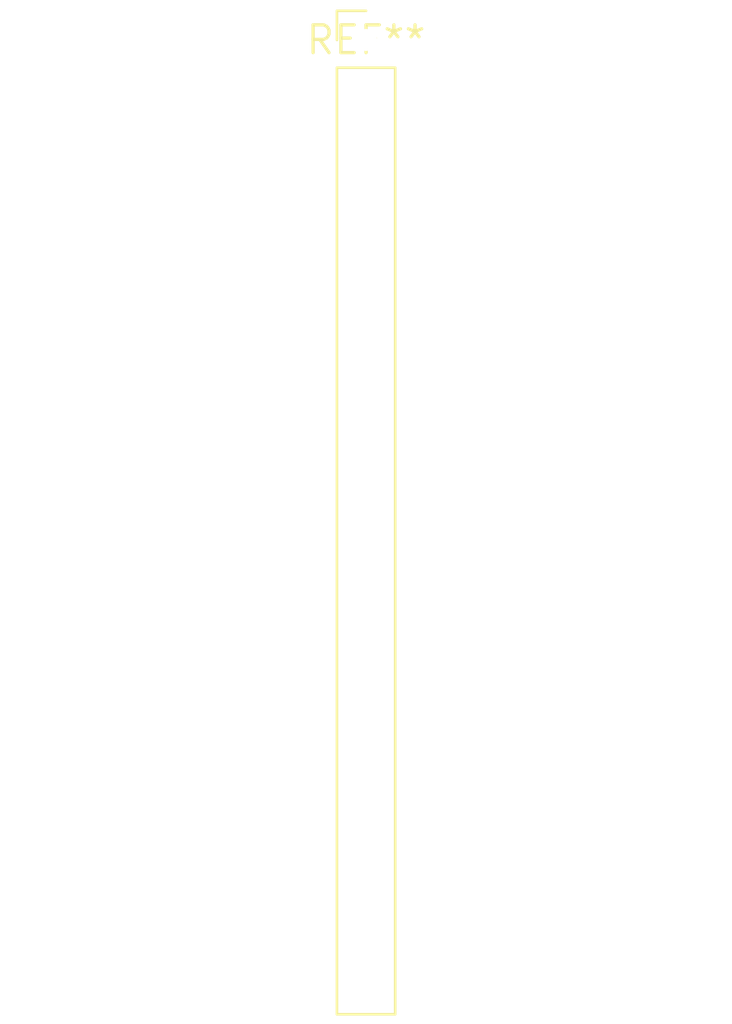
<source format=kicad_pcb>
(kicad_pcb (version 20240108) (generator pcbnew)
  (layers (0 "F.Cu" signal) (31 "B.Cu" signal) (34 "B.Paste" user) (35 "F.Paste" user) (36 "B.SilkS" user "B.Silkscreen") (37 "F.SilkS" user "F.Silkscreen") (38 "B.Mask" user) (39 "F.Mask" user) (44 "Edge.Cuts" user))
  (net 0 "")
  (footprint "PinHeader_1x18_P2.54mm_Vertical" (layer "F.Cu") (at 0 0)
    (property "Reference" "REF**")
    (property "Value" "PinHeader_1x18_P2.54mm_Vertical")
    (fp_line (start -1.33 -1.33) (end 0 -1.33) (layer "F.SilkS") (stroke (width 0.12)))
    (fp_line (start -1.33 0) (end -1.33 -1.33) (layer "F.SilkS") (stroke (width 0.12)))
    (fp_line (start -1.33 1.27) (end -1.33 44.51) (layer "F.SilkS") (stroke (width 0.12)))
    (fp_line (start -1.33 1.27) (end 1.33 1.27) (layer "F.SilkS") (stroke (width 0.12)))
    (fp_line (start -1.33 44.51) (end 1.33 44.51) (layer "F.SilkS") (stroke (width 0.12)))
    (fp_line (start 1.33 1.27) (end 1.33 44.51) (layer "F.SilkS") (stroke (width 0.12)))
    (pad "1" thru_hole rect (at 0 0) (size 1.7 1.7) (drill 1) (layers *.Cu *.Mask) (remove_unused_layers))
    (pad "2" thru_hole oval (at 0 2.54) (size 1.7 1.7) (drill 1) (layers *.Cu *.Mask) (remove_unused_layers))
    (pad "3" thru_hole oval (at 0 5.08) (size 1.7 1.7) (drill 1) (layers *.Cu *.Mask) (remove_unused_layers))
    (pad "4" thru_hole oval (at 0 7.62) (size 1.7 1.7) (drill 1) (layers *.Cu *.Mask) (remove_unused_layers))
    (pad "5" thru_hole oval (at 0 10.16) (size 1.7 1.7) (drill 1) (layers *.Cu *.Mask) (remove_unused_layers))
    (pad "6" thru_hole oval (at 0 12.7) (size 1.7 1.7) (drill 1) (layers *.Cu *.Mask) (remove_unused_layers))
    (pad "7" thru_hole oval (at 0 15.24) (size 1.7 1.7) (drill 1) (layers *.Cu *.Mask) (remove_unused_layers))
    (pad "8" thru_hole oval (at 0 17.78) (size 1.7 1.7) (drill 1) (layers *.Cu *.Mask) (remove_unused_layers))
    (pad "9" thru_hole oval (at 0 20.32) (size 1.7 1.7) (drill 1) (layers *.Cu *.Mask) (remove_unused_layers))
    (pad "10" thru_hole oval (at 0 22.86) (size 1.7 1.7) (drill 1) (layers *.Cu *.Mask) (remove_unused_layers))
    (pad "11" thru_hole oval (at 0 25.4) (size 1.7 1.7) (drill 1) (layers *.Cu *.Mask) (remove_unused_layers))
    (pad "12" thru_hole oval (at 0 27.94) (size 1.7 1.7) (drill 1) (layers *.Cu *.Mask) (remove_unused_layers))
    (pad "13" thru_hole oval (at 0 30.48) (size 1.7 1.7) (drill 1) (layers *.Cu *.Mask) (remove_unused_layers))
    (pad "14" thru_hole oval (at 0 33.02) (size 1.7 1.7) (drill 1) (layers *.Cu *.Mask) (remove_unused_layers))
    (pad "15" thru_hole oval (at 0 35.56) (size 1.7 1.7) (drill 1) (layers *.Cu *.Mask) (remove_unused_layers))
    (pad "16" thru_hole oval (at 0 38.1) (size 1.7 1.7) (drill 1) (layers *.Cu *.Mask) (remove_unused_layers))
    (pad "17" thru_hole oval (at 0 40.64) (size 1.7 1.7) (drill 1) (layers *.Cu *.Mask) (remove_unused_layers))
    (pad "18" thru_hole oval (at 0 43.18) (size 1.7 1.7) (drill 1) (layers *.Cu *.Mask) (remove_unused_layers))
  )
)
</source>
